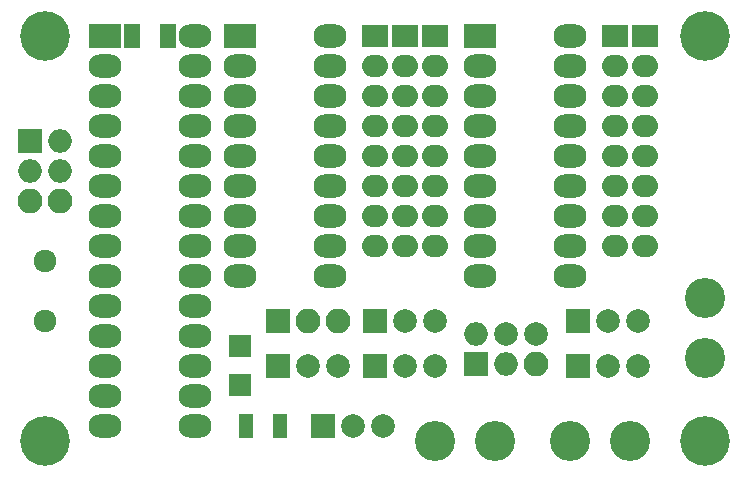
<source format=gbr>
G04 #@! TF.FileFunction,Soldermask,Top*
%FSLAX46Y46*%
G04 Gerber Fmt 4.6, Leading zero omitted, Abs format (unit mm)*
G04 Created by KiCad (PCBNEW 4.0.7) date 12/18/18 08:39:27*
%MOMM*%
%LPD*%
G01*
G04 APERTURE LIST*
%ADD10C,0.100000*%
%ADD11R,2.000000X2.000000*%
%ADD12C,2.000000*%
%ADD13C,4.200000*%
%ADD14R,2.100000X2.100000*%
%ADD15O,2.100000X2.100000*%
%ADD16R,1.400000X2.000000*%
%ADD17R,1.900000X1.900000*%
%ADD18R,2.800000X2.000000*%
%ADD19O,2.800000X2.000000*%
%ADD20C,3.400000*%
%ADD21O,2.000000X2.000000*%
%ADD22R,1.300000X2.100000*%
%ADD23C,1.924000*%
%ADD24R,2.200000X1.900000*%
%ADD25O,2.200000X1.900000*%
G04 APERTURE END LIST*
D10*
D11*
X182245000Y-97790000D03*
D12*
X184785000Y-97790000D03*
X187325000Y-97790000D03*
D11*
X165100000Y-97790000D03*
D12*
X167640000Y-97790000D03*
X170180000Y-97790000D03*
D11*
X156845000Y-101600000D03*
D12*
X159385000Y-101600000D03*
X161925000Y-101600000D03*
D13*
X137160000Y-107950000D03*
X137160000Y-73660000D03*
X193040000Y-73660000D03*
D14*
X156845000Y-97790000D03*
D15*
X159385000Y-97790000D03*
X161925000Y-97790000D03*
D13*
X193040000Y-107950000D03*
D16*
X144550000Y-73660000D03*
X147550000Y-73660000D03*
D17*
X153670000Y-99950000D03*
X153670000Y-103250000D03*
D18*
X142240000Y-73660000D03*
D19*
X149860000Y-106680000D03*
X142240000Y-76200000D03*
X149860000Y-104140000D03*
X142240000Y-78740000D03*
X149860000Y-101600000D03*
X142240000Y-81280000D03*
X149860000Y-99060000D03*
X142240000Y-83820000D03*
X149860000Y-96520000D03*
X142240000Y-86360000D03*
X149860000Y-93980000D03*
X142240000Y-88900000D03*
X149860000Y-91440000D03*
X142240000Y-91440000D03*
X149860000Y-88900000D03*
X142240000Y-93980000D03*
X149860000Y-86360000D03*
X142240000Y-96520000D03*
X149860000Y-83820000D03*
X142240000Y-99060000D03*
X149860000Y-81280000D03*
X142240000Y-101600000D03*
X149860000Y-78740000D03*
X142240000Y-104140000D03*
X149860000Y-76200000D03*
X142240000Y-106680000D03*
X149860000Y-73660000D03*
D11*
X182245000Y-101600000D03*
D12*
X184785000Y-101600000D03*
X187325000Y-101600000D03*
D11*
X165100000Y-101600000D03*
D12*
X167640000Y-101600000D03*
X170180000Y-101600000D03*
D20*
X175260000Y-107950000D03*
X170180000Y-107950000D03*
D11*
X160655000Y-106680000D03*
D12*
X163195000Y-106680000D03*
X165735000Y-106680000D03*
D11*
X135890000Y-82550000D03*
D21*
X138430000Y-82550000D03*
X135890000Y-85090000D03*
X138430000Y-85090000D03*
D15*
X135890000Y-87630000D03*
X138430000Y-87630000D03*
D11*
X173609000Y-101473000D03*
D21*
X173609000Y-98933000D03*
X176149000Y-101473000D03*
D12*
X176149000Y-98933000D03*
D15*
X178689000Y-101473000D03*
D12*
X178689000Y-98933000D03*
D20*
X193040000Y-95885000D03*
X193040000Y-100965000D03*
X186690000Y-107950000D03*
X181610000Y-107950000D03*
D22*
X154125000Y-106680000D03*
X157025000Y-106680000D03*
D18*
X173990000Y-73660000D03*
D19*
X181610000Y-93980000D03*
X173990000Y-76200000D03*
X181610000Y-91440000D03*
X173990000Y-78740000D03*
X181610000Y-88900000D03*
X173990000Y-81280000D03*
X181610000Y-86360000D03*
X173990000Y-83820000D03*
X181610000Y-83820000D03*
X173990000Y-86360000D03*
X181610000Y-81280000D03*
X173990000Y-88900000D03*
X181610000Y-78740000D03*
X173990000Y-91440000D03*
X181610000Y-76200000D03*
X173990000Y-93980000D03*
X181610000Y-73660000D03*
D18*
X153670000Y-73660000D03*
D19*
X161290000Y-93980000D03*
X153670000Y-76200000D03*
X161290000Y-91440000D03*
X153670000Y-78740000D03*
X161290000Y-88900000D03*
X153670000Y-81280000D03*
X161290000Y-86360000D03*
X153670000Y-83820000D03*
X161290000Y-83820000D03*
X153670000Y-86360000D03*
X161290000Y-81280000D03*
X153670000Y-88900000D03*
X161290000Y-78740000D03*
X153670000Y-91440000D03*
X161290000Y-76200000D03*
X153670000Y-93980000D03*
X161290000Y-73660000D03*
D23*
X137160000Y-92710000D03*
X137160000Y-97790000D03*
D24*
X185420000Y-73660000D03*
D25*
X185420000Y-76200000D03*
X185420000Y-78740000D03*
X185420000Y-81280000D03*
X185420000Y-83820000D03*
X185420000Y-86360000D03*
X185420000Y-88900000D03*
X185420000Y-91440000D03*
D24*
X187960000Y-73660000D03*
D25*
X187960000Y-76200000D03*
X187960000Y-78740000D03*
X187960000Y-81280000D03*
X187960000Y-83820000D03*
X187960000Y-86360000D03*
X187960000Y-88900000D03*
X187960000Y-91440000D03*
D24*
X165100000Y-73660000D03*
D25*
X165100000Y-76200000D03*
X165100000Y-78740000D03*
X165100000Y-81280000D03*
X165100000Y-83820000D03*
X165100000Y-86360000D03*
X165100000Y-88900000D03*
X165100000Y-91440000D03*
D24*
X167640000Y-73660000D03*
D25*
X167640000Y-76200000D03*
X167640000Y-78740000D03*
X167640000Y-81280000D03*
X167640000Y-83820000D03*
X167640000Y-86360000D03*
X167640000Y-88900000D03*
X167640000Y-91440000D03*
D24*
X170180000Y-73660000D03*
D25*
X170180000Y-76200000D03*
X170180000Y-78740000D03*
X170180000Y-81280000D03*
X170180000Y-83820000D03*
X170180000Y-86360000D03*
X170180000Y-88900000D03*
X170180000Y-91440000D03*
M02*

</source>
